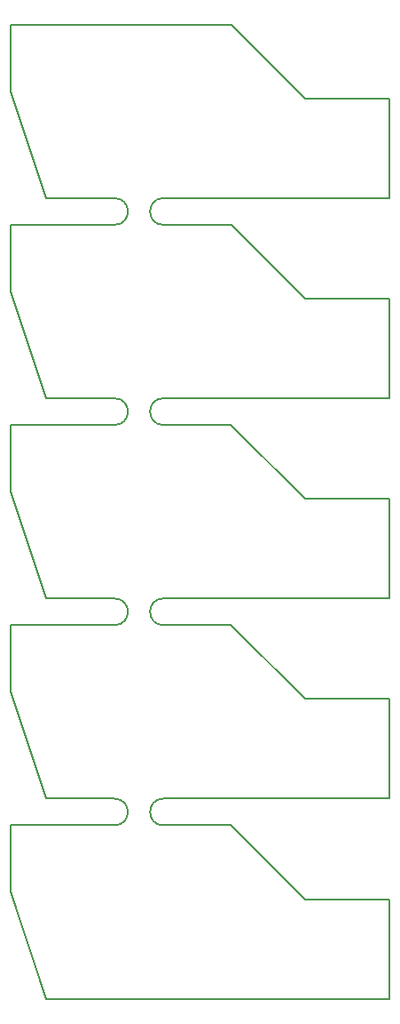
<source format=gm1>
G04 #@! TF.GenerationSoftware,KiCad,Pcbnew,5.0.0-fee4fd1~66~ubuntu16.04.1*
G04 #@! TF.CreationDate,2018-10-22T20:20:06+02:00*
G04 #@! TF.ProjectId,WiRoc_NanoPi_SideOledPCB_v1_Panelized,5769526F635F4E616E6F50695F536964,rev?*
G04 #@! TF.SameCoordinates,Original*
G04 #@! TF.FileFunction,Profile,NP*
%FSLAX46Y46*%
G04 Gerber Fmt 4.6, Leading zero omitted, Abs format (unit mm)*
G04 Created by KiCad (PCBNEW 5.0.0-fee4fd1~66~ubuntu16.04.1) date Mon Oct 22 20:20:06 2018*
%MOMM*%
%LPD*%
G01*
G04 APERTURE LIST*
%ADD10C,0.150000*%
G04 APERTURE END LIST*
D10*
X73914000Y-98616000D02*
X52330000Y-98616000D01*
X73914000Y-79550000D02*
X52330000Y-79550000D01*
X73914000Y-60484000D02*
X52330000Y-60484000D01*
X47670000Y-98616000D02*
X41164000Y-98616000D01*
X47670000Y-79550000D02*
X41164000Y-79550000D01*
X47670000Y-60484000D02*
X41164000Y-60484000D01*
X37719000Y-101156000D02*
X47670000Y-101156000D01*
X37719000Y-82090000D02*
X47670000Y-82090000D01*
X37719000Y-63024000D02*
X47670000Y-63024000D01*
X58864000Y-101156000D02*
X52330000Y-101156000D01*
X58864000Y-82090000D02*
X52330000Y-82090000D01*
X58864000Y-63024000D02*
X52330000Y-63024000D01*
X58864000Y-43958000D02*
X52330000Y-43958000D01*
X73914000Y-41418000D02*
X52330000Y-41418000D01*
X47670000Y-43958000D02*
G75*
G03X47670000Y-41418000I0J1270000D01*
G01*
X47670000Y-101156000D02*
G75*
G03X47670000Y-98616000I0J1270000D01*
G01*
X47670000Y-82090000D02*
G75*
G03X47670000Y-79550000I0J1270000D01*
G01*
X52330000Y-43958000D02*
G75*
G02X52330000Y-41418000I0J1270000D01*
G01*
X52330000Y-101156000D02*
G75*
G02X52330000Y-98616000I0J1270000D01*
G01*
X52330000Y-82090000D02*
G75*
G02X52330000Y-79550000I0J1270000D01*
G01*
X52330000Y-63024000D02*
G75*
G02X52330000Y-60484000I0J1270000D01*
G01*
X47670000Y-63024000D02*
G75*
G03X47670000Y-60484000I0J1270000D01*
G01*
X73914000Y-117682000D02*
X41164000Y-117682000D01*
X41164000Y-117682000D02*
X37719000Y-107506000D01*
X41164000Y-98616000D02*
X37719000Y-88440000D01*
X41164000Y-79550000D02*
X37719000Y-69374000D01*
X41164000Y-60484000D02*
X37719000Y-50308000D01*
X73864000Y-108196000D02*
X65864000Y-108196000D01*
X73864000Y-89130000D02*
X65864000Y-89130000D01*
X73864000Y-70064000D02*
X65864000Y-70064000D01*
X73864000Y-50998000D02*
X65864000Y-50998000D01*
X65864000Y-108196000D02*
X58864000Y-101196000D01*
X65864000Y-89130000D02*
X58864000Y-82130000D01*
X65864000Y-70064000D02*
X58864000Y-63064000D01*
X65864000Y-50998000D02*
X58864000Y-43998000D01*
X37719000Y-107506000D02*
X37719000Y-101156000D01*
X37719000Y-88440000D02*
X37719000Y-82090000D01*
X37719000Y-69374000D02*
X37719000Y-63024000D01*
X37719000Y-50308000D02*
X37719000Y-43958000D01*
X37719000Y-43958000D02*
X47670000Y-43958000D01*
X73914000Y-108196000D02*
X73914000Y-117682000D01*
X73914000Y-89130000D02*
X73914000Y-98616000D01*
X73914000Y-70064000D02*
X73914000Y-79550000D01*
X73914000Y-50998000D02*
X73914000Y-60484000D01*
X65864000Y-31932000D02*
X58864000Y-24932000D01*
X73864000Y-31932000D02*
X65864000Y-31932000D01*
X41164000Y-41418000D02*
X37719000Y-31242000D01*
X47670000Y-41418000D02*
X41164000Y-41418000D01*
X73914000Y-31932000D02*
X73914000Y-41418000D01*
X37719000Y-24892000D02*
X58864000Y-24892000D01*
X37719000Y-31242000D02*
X37719000Y-24892000D01*
M02*

</source>
